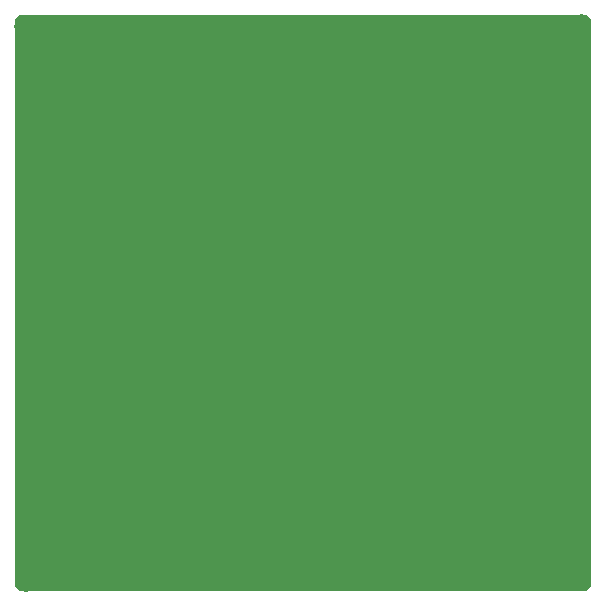
<source format=gbr>
G04 #@! TF.GenerationSoftware,KiCad,Pcbnew,5.1.5+dfsg1-2build2*
G04 #@! TF.CreationDate,2021-04-24T08:25:08-04:00*
G04 #@! TF.ProjectId,build_costs_card,6275696c-645f-4636-9f73-74735f636172,rev?*
G04 #@! TF.SameCoordinates,Original*
G04 #@! TF.FileFunction,Copper,L2,Bot*
G04 #@! TF.FilePolarity,Positive*
%FSLAX46Y46*%
G04 Gerber Fmt 4.6, Leading zero omitted, Abs format (unit mm)*
G04 Created by KiCad (PCBNEW 5.1.5+dfsg1-2build2) date 2021-04-24 08:25:08*
%MOMM*%
%LPD*%
G04 APERTURE LIST*
%ADD10C,0.010000*%
G04 APERTURE END LIST*
D10*
G36*
X24158395Y23959976D02*
G01*
X24327521Y23922561D01*
X24467683Y23863248D01*
X24581946Y23780848D01*
X24673376Y23674167D01*
X24725971Y23583318D01*
X24774728Y23484417D01*
X24781462Y0D01*
X24781748Y-998279D01*
X24782033Y-1986866D01*
X24782316Y-2964893D01*
X24782597Y-3931494D01*
X24782875Y-4885801D01*
X24783150Y-5826946D01*
X24783423Y-6754064D01*
X24783692Y-7666285D01*
X24783957Y-8562744D01*
X24784218Y-9442573D01*
X24784475Y-10304905D01*
X24784728Y-11148872D01*
X24784976Y-11973608D01*
X24785219Y-12778245D01*
X24785457Y-13561916D01*
X24785689Y-14323754D01*
X24785916Y-15062892D01*
X24786136Y-15778462D01*
X24786350Y-16469597D01*
X24786558Y-17135431D01*
X24786758Y-17775096D01*
X24786952Y-18387724D01*
X24787138Y-18972448D01*
X24787316Y-19528403D01*
X24787487Y-20054719D01*
X24787649Y-20550530D01*
X24787803Y-21014969D01*
X24787948Y-21447168D01*
X24788084Y-21846261D01*
X24788210Y-22211380D01*
X24788327Y-22541657D01*
X24788435Y-22836227D01*
X24788532Y-23094221D01*
X24788619Y-23314773D01*
X24788695Y-23497014D01*
X24788760Y-23640079D01*
X24788814Y-23743099D01*
X24788856Y-23805208D01*
X24788877Y-23823083D01*
X24787014Y-23994166D01*
X24779896Y-24131012D01*
X24766386Y-24241514D01*
X24745346Y-24333567D01*
X24715640Y-24415067D01*
X24698232Y-24452229D01*
X24619911Y-24566388D01*
X24510291Y-24665351D01*
X24413525Y-24723672D01*
X24309916Y-24774556D01*
X836083Y-24779799D01*
X-161615Y-24780030D01*
X-1149514Y-24780274D01*
X-2126750Y-24780533D01*
X-3092459Y-24780804D01*
X-4045776Y-24781088D01*
X-4985837Y-24781383D01*
X-5911778Y-24781690D01*
X-6822735Y-24782008D01*
X-7717842Y-24782336D01*
X-8596236Y-24782674D01*
X-9457053Y-24783020D01*
X-10299428Y-24783376D01*
X-11122497Y-24783740D01*
X-11925396Y-24784111D01*
X-12707260Y-24784490D01*
X-13467225Y-24784875D01*
X-14204427Y-24785267D01*
X-14918001Y-24785664D01*
X-15607083Y-24786065D01*
X-16270809Y-24786472D01*
X-16908315Y-24786882D01*
X-17518735Y-24787296D01*
X-18101207Y-24787713D01*
X-18654865Y-24788132D01*
X-19178846Y-24788553D01*
X-19672285Y-24788976D01*
X-20134317Y-24789399D01*
X-20564079Y-24789823D01*
X-20960705Y-24790246D01*
X-21323333Y-24790669D01*
X-21651097Y-24791090D01*
X-21943133Y-24791510D01*
X-22198577Y-24791927D01*
X-22416565Y-24792342D01*
X-22596232Y-24792753D01*
X-22736714Y-24793160D01*
X-22837146Y-24793563D01*
X-22896665Y-24793961D01*
X-22912917Y-24794214D01*
X-23030630Y-24796406D01*
X-23146134Y-24795544D01*
X-23245943Y-24791904D01*
X-23315084Y-24785971D01*
X-23502805Y-24743409D01*
X-23660583Y-24671455D01*
X-23788007Y-24570373D01*
X-23884666Y-24440428D01*
X-23901899Y-24407715D01*
X-23950084Y-24309916D01*
X-23954300Y-910166D01*
X-23954491Y86251D01*
X-23954701Y1072959D01*
X-23954931Y2049088D01*
X-23955179Y3013771D01*
X-23955445Y3966140D01*
X-23955729Y4905325D01*
X-23956030Y5830460D01*
X-23956347Y6740674D01*
X-23956679Y7635101D01*
X-23957027Y8512872D01*
X-23957389Y9373119D01*
X-23957765Y10214972D01*
X-23958154Y11037565D01*
X-23958555Y11840028D01*
X-23958969Y12621494D01*
X-23959394Y13381094D01*
X-23959830Y14117959D01*
X-23960277Y14831222D01*
X-23960733Y15520014D01*
X-23961197Y16183467D01*
X-23961671Y16820712D01*
X-23962152Y17430882D01*
X-23962640Y18013107D01*
X-23963136Y18566520D01*
X-23963637Y19090253D01*
X-23964143Y19583436D01*
X-23964655Y20045202D01*
X-23965170Y20474683D01*
X-23965689Y20871009D01*
X-23966212Y21233314D01*
X-23966736Y21560727D01*
X-23967263Y21852383D01*
X-23967790Y22107411D01*
X-23968319Y22324943D01*
X-23968847Y22504112D01*
X-23969375Y22644049D01*
X-23969901Y22743885D01*
X-23970426Y22802753D01*
X-23970725Y22817667D01*
X-23975059Y23023344D01*
X-23970739Y23194069D01*
X-23956937Y23336494D01*
X-23932828Y23457268D01*
X-23897585Y23563044D01*
X-23870790Y23622000D01*
X-23784725Y23754678D01*
X-23675350Y23852872D01*
X-23539323Y23919428D01*
X-23510732Y23928570D01*
X-23502206Y23930245D01*
X-23487621Y23931862D01*
X-23466257Y23933421D01*
X-23437391Y23934925D01*
X-23400302Y23936374D01*
X-23354269Y23937768D01*
X-23298571Y23939110D01*
X-23232485Y23940399D01*
X-23155290Y23941638D01*
X-23066265Y23942826D01*
X-22964688Y23943965D01*
X-22849837Y23945056D01*
X-22720992Y23946100D01*
X-22577431Y23947098D01*
X-22418432Y23948050D01*
X-22243274Y23948958D01*
X-22051235Y23949823D01*
X-21841594Y23950646D01*
X-21613629Y23951427D01*
X-21366619Y23952168D01*
X-21099842Y23952870D01*
X-20812577Y23953533D01*
X-20504102Y23954159D01*
X-20173697Y23954749D01*
X-19820638Y23955303D01*
X-19444206Y23955823D01*
X-19043678Y23956309D01*
X-18618332Y23956762D01*
X-18167449Y23957184D01*
X-17690305Y23957576D01*
X-17186179Y23957938D01*
X-16654351Y23958271D01*
X-16094097Y23958577D01*
X-15504698Y23958856D01*
X-14885432Y23959110D01*
X-14235576Y23959339D01*
X-13554410Y23959544D01*
X-12841211Y23959726D01*
X-12095260Y23959887D01*
X-11315833Y23960027D01*
X-10502210Y23960147D01*
X-9653669Y23960248D01*
X-8769488Y23960332D01*
X-7848947Y23960398D01*
X-6891323Y23960449D01*
X-5895895Y23960485D01*
X-4861941Y23960507D01*
X-3788741Y23960516D01*
X-2675573Y23960513D01*
X-1521714Y23960499D01*
X-326444Y23960475D01*
X13132Y23960467D01*
X1009668Y23960454D01*
X1996436Y23960467D01*
X2972569Y23960504D01*
X3937201Y23960566D01*
X4889467Y23960651D01*
X5828499Y23960759D01*
X6753431Y23960890D01*
X7663398Y23961043D01*
X8557532Y23961218D01*
X9434967Y23961414D01*
X10294838Y23961631D01*
X11136277Y23961868D01*
X11958418Y23962124D01*
X12760396Y23962400D01*
X13541343Y23962695D01*
X14300394Y23963008D01*
X15036681Y23963339D01*
X15749340Y23963687D01*
X16437503Y23964052D01*
X17100304Y23964434D01*
X17736877Y23964831D01*
X18346355Y23965243D01*
X18927873Y23965670D01*
X19480563Y23966112D01*
X20003560Y23966568D01*
X20495997Y23967036D01*
X20957008Y23967518D01*
X21385726Y23968012D01*
X21781286Y23968518D01*
X22142821Y23969036D01*
X22469464Y23969564D01*
X22760349Y23970103D01*
X23014610Y23970652D01*
X23231381Y23971210D01*
X23409796Y23971778D01*
X23548987Y23972353D01*
X23648088Y23972937D01*
X23706235Y23973528D01*
X23720982Y23973880D01*
X23957237Y23976685D01*
X24158395Y23959976D01*
G37*
X24158395Y23959976D02*
X24327521Y23922561D01*
X24467683Y23863248D01*
X24581946Y23780848D01*
X24673376Y23674167D01*
X24725971Y23583318D01*
X24774728Y23484417D01*
X24781462Y0D01*
X24781748Y-998279D01*
X24782033Y-1986866D01*
X24782316Y-2964893D01*
X24782597Y-3931494D01*
X24782875Y-4885801D01*
X24783150Y-5826946D01*
X24783423Y-6754064D01*
X24783692Y-7666285D01*
X24783957Y-8562744D01*
X24784218Y-9442573D01*
X24784475Y-10304905D01*
X24784728Y-11148872D01*
X24784976Y-11973608D01*
X24785219Y-12778245D01*
X24785457Y-13561916D01*
X24785689Y-14323754D01*
X24785916Y-15062892D01*
X24786136Y-15778462D01*
X24786350Y-16469597D01*
X24786558Y-17135431D01*
X24786758Y-17775096D01*
X24786952Y-18387724D01*
X24787138Y-18972448D01*
X24787316Y-19528403D01*
X24787487Y-20054719D01*
X24787649Y-20550530D01*
X24787803Y-21014969D01*
X24787948Y-21447168D01*
X24788084Y-21846261D01*
X24788210Y-22211380D01*
X24788327Y-22541657D01*
X24788435Y-22836227D01*
X24788532Y-23094221D01*
X24788619Y-23314773D01*
X24788695Y-23497014D01*
X24788760Y-23640079D01*
X24788814Y-23743099D01*
X24788856Y-23805208D01*
X24788877Y-23823083D01*
X24787014Y-23994166D01*
X24779896Y-24131012D01*
X24766386Y-24241514D01*
X24745346Y-24333567D01*
X24715640Y-24415067D01*
X24698232Y-24452229D01*
X24619911Y-24566388D01*
X24510291Y-24665351D01*
X24413525Y-24723672D01*
X24309916Y-24774556D01*
X836083Y-24779799D01*
X-161615Y-24780030D01*
X-1149514Y-24780274D01*
X-2126750Y-24780533D01*
X-3092459Y-24780804D01*
X-4045776Y-24781088D01*
X-4985837Y-24781383D01*
X-5911778Y-24781690D01*
X-6822735Y-24782008D01*
X-7717842Y-24782336D01*
X-8596236Y-24782674D01*
X-9457053Y-24783020D01*
X-10299428Y-24783376D01*
X-11122497Y-24783740D01*
X-11925396Y-24784111D01*
X-12707260Y-24784490D01*
X-13467225Y-24784875D01*
X-14204427Y-24785267D01*
X-14918001Y-24785664D01*
X-15607083Y-24786065D01*
X-16270809Y-24786472D01*
X-16908315Y-24786882D01*
X-17518735Y-24787296D01*
X-18101207Y-24787713D01*
X-18654865Y-24788132D01*
X-19178846Y-24788553D01*
X-19672285Y-24788976D01*
X-20134317Y-24789399D01*
X-20564079Y-24789823D01*
X-20960705Y-24790246D01*
X-21323333Y-24790669D01*
X-21651097Y-24791090D01*
X-21943133Y-24791510D01*
X-22198577Y-24791927D01*
X-22416565Y-24792342D01*
X-22596232Y-24792753D01*
X-22736714Y-24793160D01*
X-22837146Y-24793563D01*
X-22896665Y-24793961D01*
X-22912917Y-24794214D01*
X-23030630Y-24796406D01*
X-23146134Y-24795544D01*
X-23245943Y-24791904D01*
X-23315084Y-24785971D01*
X-23502805Y-24743409D01*
X-23660583Y-24671455D01*
X-23788007Y-24570373D01*
X-23884666Y-24440428D01*
X-23901899Y-24407715D01*
X-23950084Y-24309916D01*
X-23954300Y-910166D01*
X-23954491Y86251D01*
X-23954701Y1072959D01*
X-23954931Y2049088D01*
X-23955179Y3013771D01*
X-23955445Y3966140D01*
X-23955729Y4905325D01*
X-23956030Y5830460D01*
X-23956347Y6740674D01*
X-23956679Y7635101D01*
X-23957027Y8512872D01*
X-23957389Y9373119D01*
X-23957765Y10214972D01*
X-23958154Y11037565D01*
X-23958555Y11840028D01*
X-23958969Y12621494D01*
X-23959394Y13381094D01*
X-23959830Y14117959D01*
X-23960277Y14831222D01*
X-23960733Y15520014D01*
X-23961197Y16183467D01*
X-23961671Y16820712D01*
X-23962152Y17430882D01*
X-23962640Y18013107D01*
X-23963136Y18566520D01*
X-23963637Y19090253D01*
X-23964143Y19583436D01*
X-23964655Y20045202D01*
X-23965170Y20474683D01*
X-23965689Y20871009D01*
X-23966212Y21233314D01*
X-23966736Y21560727D01*
X-23967263Y21852383D01*
X-23967790Y22107411D01*
X-23968319Y22324943D01*
X-23968847Y22504112D01*
X-23969375Y22644049D01*
X-23969901Y22743885D01*
X-23970426Y22802753D01*
X-23970725Y22817667D01*
X-23975059Y23023344D01*
X-23970739Y23194069D01*
X-23956937Y23336494D01*
X-23932828Y23457268D01*
X-23897585Y23563044D01*
X-23870790Y23622000D01*
X-23784725Y23754678D01*
X-23675350Y23852872D01*
X-23539323Y23919428D01*
X-23510732Y23928570D01*
X-23502206Y23930245D01*
X-23487621Y23931862D01*
X-23466257Y23933421D01*
X-23437391Y23934925D01*
X-23400302Y23936374D01*
X-23354269Y23937768D01*
X-23298571Y23939110D01*
X-23232485Y23940399D01*
X-23155290Y23941638D01*
X-23066265Y23942826D01*
X-22964688Y23943965D01*
X-22849837Y23945056D01*
X-22720992Y23946100D01*
X-22577431Y23947098D01*
X-22418432Y23948050D01*
X-22243274Y23948958D01*
X-22051235Y23949823D01*
X-21841594Y23950646D01*
X-21613629Y23951427D01*
X-21366619Y23952168D01*
X-21099842Y23952870D01*
X-20812577Y23953533D01*
X-20504102Y23954159D01*
X-20173697Y23954749D01*
X-19820638Y23955303D01*
X-19444206Y23955823D01*
X-19043678Y23956309D01*
X-18618332Y23956762D01*
X-18167449Y23957184D01*
X-17690305Y23957576D01*
X-17186179Y23957938D01*
X-16654351Y23958271D01*
X-16094097Y23958577D01*
X-15504698Y23958856D01*
X-14885432Y23959110D01*
X-14235576Y23959339D01*
X-13554410Y23959544D01*
X-12841211Y23959726D01*
X-12095260Y23959887D01*
X-11315833Y23960027D01*
X-10502210Y23960147D01*
X-9653669Y23960248D01*
X-8769488Y23960332D01*
X-7848947Y23960398D01*
X-6891323Y23960449D01*
X-5895895Y23960485D01*
X-4861941Y23960507D01*
X-3788741Y23960516D01*
X-2675573Y23960513D01*
X-1521714Y23960499D01*
X-326444Y23960475D01*
X13132Y23960467D01*
X1009668Y23960454D01*
X1996436Y23960467D01*
X2972569Y23960504D01*
X3937201Y23960566D01*
X4889467Y23960651D01*
X5828499Y23960759D01*
X6753431Y23960890D01*
X7663398Y23961043D01*
X8557532Y23961218D01*
X9434967Y23961414D01*
X10294838Y23961631D01*
X11136277Y23961868D01*
X11958418Y23962124D01*
X12760396Y23962400D01*
X13541343Y23962695D01*
X14300394Y23963008D01*
X15036681Y23963339D01*
X15749340Y23963687D01*
X16437503Y23964052D01*
X17100304Y23964434D01*
X17736877Y23964831D01*
X18346355Y23965243D01*
X18927873Y23965670D01*
X19480563Y23966112D01*
X20003560Y23966568D01*
X20495997Y23967036D01*
X20957008Y23967518D01*
X21385726Y23968012D01*
X21781286Y23968518D01*
X22142821Y23969036D01*
X22469464Y23969564D01*
X22760349Y23970103D01*
X23014610Y23970652D01*
X23231381Y23971210D01*
X23409796Y23971778D01*
X23548987Y23972353D01*
X23648088Y23972937D01*
X23706235Y23973528D01*
X23720982Y23973880D01*
X23957237Y23976685D01*
X24158395Y23959976D01*
M02*

</source>
